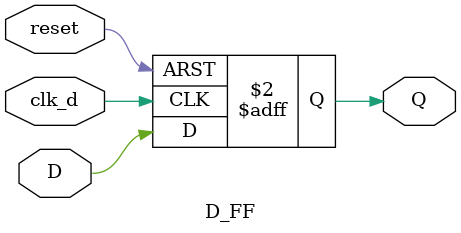
<source format=v>
`timescale 1ns / 1ps
module Variable_arithmetic_shift(
input clk,
input [16:0] in,
input [4:0] mod,
output [16:0] out,
input reset,
input load
);

//reg load;
//reg reset;
wire clk1;

/*initial begin
reset=1;
load =1;
#2 reset=0;
#25 load  = 0;
end
*/

variable_mod_counter C(mod,clk,reset,clk1);
arithmetic_shift A(load,reset,in,out,clk1);
initial begin
#1 $display("Pehli baar load=%d, in=%d,out=%d,clk1 = %d, clk = %d, mod = %d, reset=%d",load,in,out, clk1, clk, mod, reset );
#4 $display("Pehli baar prt2 load=%d, in=%d,out=%d,clk1 = %d, clk = %d, mod = %d, reset=%d",load,in,out, clk1, clk, mod, reset );
end
endmodule



module variable_mod_counter(input [4:0] mod,
input clk_v,
input rst1,
output var_clk);
    wire [4:0] q;	 
    wire w1,w2,w3,w4,w5,rst2;
	 //assign rst2=0;
	 wire clk_v2;
	 xnor(w1,mod[0],q[0]);
	 xnor(w2,mod[1],q[1]);
	 xnor(w3,mod[2],q[2]);
	 xnor(w4,mod[3],q[3]);
	 xnor(w5,mod[4],q[4]);
	 and(rst2 ,w1 , w2 , w3 , w4 , w5);
	 //or(reset,rst1,rst2);
	 and(clk_v2,~rst2,clk_v);
	 T_FF T1(1'b1,clk_v2,rst1,q[0]);
	 T_FF T2(1'b1,q[0],rst1,q[1]);
	 T_FF T3(1'b1,q[1],rst1,q[2]);
	 T_FF T4(1'b1,q[2],rst1,q[3]);
	 T_FF T5(1'b1,q[3],rst1,q[4]);
	 and(var_clk,q[0],1'b1);
	 //initial 
	// #1 $monitor(" MOD COUNTER mod = %d clk_v = %d, var_clk = %d", mod, clk_v, var_clk);
endmodule

//--------------------------------------------

module T_FF(
    input T,
    input clk_t,
    input reset,
    output reg Q
    );
	 always@(negedge clk_t or posedge reset)
	 begin
	 if(reset)
	 Q<=0;
	 else
	 if(T==0)
	 Q<=Q;
	 else
	 Q<=~Q;
	 end
endmodule


//----------------------------------------------


module arithmetic_shift(
    input load,
	 input reset,
    input [16:0] in,
    output [16:0] out,
    input clk_a
    );
	 //initial
	// #1 $display("Dusara wala load1=%d, in=%d,out=%d",load1,in,out);
	 and(out[16],in[16],1'b1);
	 wire load1;
	 assign load1 = load;
	 parameter STG=16;
	 genvar i;
	 generate
	 for(i=STG-1;i>=0;i=i-1)
	 begin: lodu
	 load_register fgh(reset,clk_a,in[i],out[i+1],out[i],load1);
	 end
	 endgenerate
	 
endmodule


//-------------------------------------------------


module load_register(
    input reset,
    input clk_l,
    input in,
	 input prev,
    output out,
    input load2
    );
	// initial
	// #1 $display("Tisari baar load=%d, in=%d,out=%d, clk=%d",load2,in,out, clk_l);
	 wire w1,w4,w5,w6;
	 not(w1,load2);
	 and(w5,load2,in);
	 and(w4,prev,w1);
	 or(w6,w4,w5);
	  D_FF T1(w6,clk_l,reset,out);
	 


endmodule


//------------------------------------------------


module D_FF(
    input D,
    input clk_d,
    input reset,
    output reg Q
    );
	 //initial
	// #1 $display("Fourth baar D=%d, clk= %d,  reset= %d, out= %d",D ,clk_d,reset,Q);
	 always@(negedge clk_d or posedge reset)
	 begin
	 if(reset)
	 Q<=0;
	 else
	 Q<=D;
	 end
endmodule

</source>
